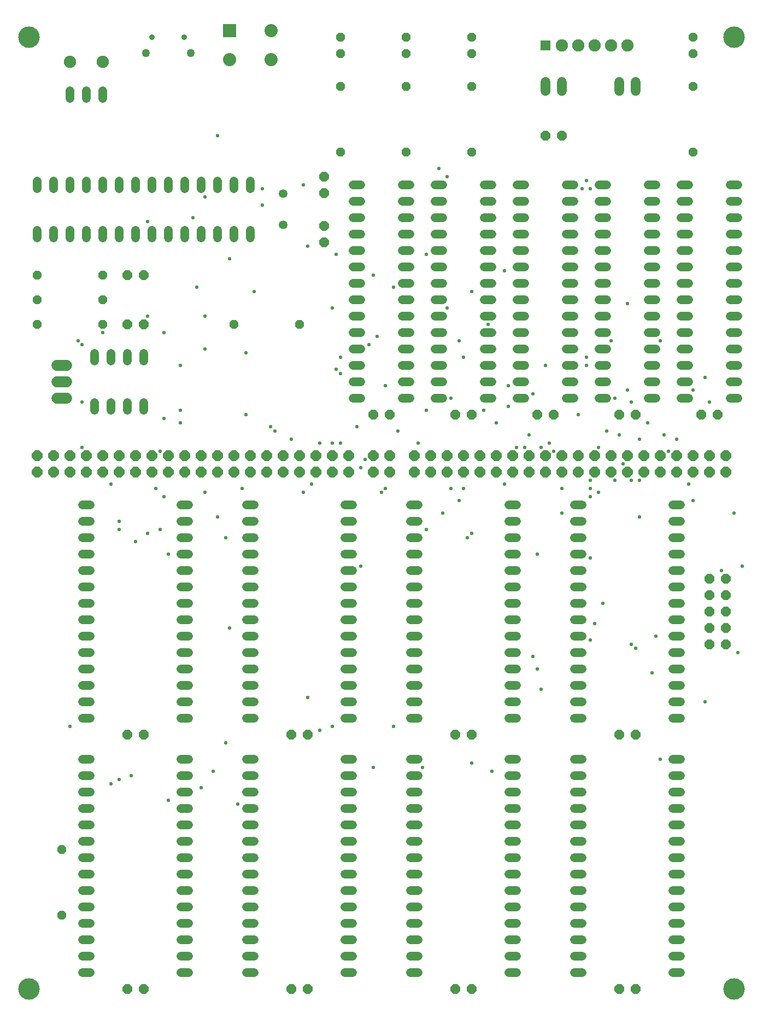
<source format=gbr>
G04 EAGLE Gerber RS-274X export*
G75*
%MOMM*%
%FSLAX34Y34*%
%LPD*%
%INSoldermask Top*%
%IPPOS*%
%AMOC8*
5,1,8,0,0,1.08239X$1,22.5*%
G01*
%ADD10C,3.327000*%
%ADD11C,1.346200*%
%ADD12P,1.787026X8X22.500000*%
%ADD13C,1.346200*%
%ADD14P,1.677055X8X292.500000*%
%ADD15P,1.677055X8X112.500000*%
%ADD16R,1.627000X1.627000*%
%ADD17C,1.905000*%
%ADD18P,1.677055X8X202.500000*%
%ADD19P,1.457113X8X22.500000*%
%ADD20P,1.677055X8X22.500000*%
%ADD21P,1.457113X8X292.500000*%
%ADD22C,1.651000*%
%ADD23C,1.498600*%
%ADD24C,0.889000*%
%ADD25C,1.270000*%
%ADD26R,2.032000X2.032000*%
%ADD27C,2.032000*%
%ADD28P,1.457113X8X112.500000*%
%ADD29P,1.622070X8X112.500000*%
%ADD30C,0.584200*%


D10*
X1117600Y25400D03*
X1117600Y1498600D03*
X25400Y1498600D03*
X25400Y25400D03*
D11*
X1022604Y444500D02*
X1034796Y444500D01*
X1034796Y469900D02*
X1022604Y469900D01*
X1022604Y495300D02*
X1034796Y495300D01*
X1034796Y520700D02*
X1022604Y520700D01*
X1022604Y546100D02*
X1034796Y546100D01*
X1034796Y571500D02*
X1022604Y571500D01*
X1022604Y596900D02*
X1034796Y596900D01*
X1034796Y622300D02*
X1022604Y622300D01*
X1022604Y647700D02*
X1034796Y647700D01*
X1034796Y673100D02*
X1022604Y673100D01*
X1022604Y698500D02*
X1034796Y698500D01*
X1034796Y723900D02*
X1022604Y723900D01*
X1022604Y749300D02*
X1034796Y749300D01*
X1034796Y774700D02*
X1022604Y774700D01*
X882396Y774700D02*
X870204Y774700D01*
X870204Y749300D02*
X882396Y749300D01*
X882396Y723900D02*
X870204Y723900D01*
X870204Y698500D02*
X882396Y698500D01*
X882396Y673100D02*
X870204Y673100D01*
X870204Y647700D02*
X882396Y647700D01*
X882396Y622300D02*
X870204Y622300D01*
X870204Y596900D02*
X882396Y596900D01*
X882396Y571500D02*
X870204Y571500D01*
X870204Y546100D02*
X882396Y546100D01*
X882396Y520700D02*
X870204Y520700D01*
X870204Y495300D02*
X882396Y495300D01*
X882396Y469900D02*
X870204Y469900D01*
X870204Y444500D02*
X882396Y444500D01*
X1022604Y50800D02*
X1034796Y50800D01*
X1034796Y76200D02*
X1022604Y76200D01*
X1022604Y101600D02*
X1034796Y101600D01*
X1034796Y127000D02*
X1022604Y127000D01*
X1022604Y152400D02*
X1034796Y152400D01*
X1034796Y177800D02*
X1022604Y177800D01*
X1022604Y203200D02*
X1034796Y203200D01*
X1034796Y228600D02*
X1022604Y228600D01*
X1022604Y254000D02*
X1034796Y254000D01*
X1034796Y279400D02*
X1022604Y279400D01*
X1022604Y304800D02*
X1034796Y304800D01*
X1034796Y330200D02*
X1022604Y330200D01*
X1022604Y355600D02*
X1034796Y355600D01*
X1034796Y381000D02*
X1022604Y381000D01*
X882396Y381000D02*
X870204Y381000D01*
X870204Y355600D02*
X882396Y355600D01*
X882396Y330200D02*
X870204Y330200D01*
X870204Y304800D02*
X882396Y304800D01*
X882396Y279400D02*
X870204Y279400D01*
X870204Y254000D02*
X882396Y254000D01*
X882396Y228600D02*
X870204Y228600D01*
X870204Y203200D02*
X882396Y203200D01*
X882396Y177800D02*
X870204Y177800D01*
X870204Y152400D02*
X882396Y152400D01*
X882396Y127000D02*
X870204Y127000D01*
X870204Y101600D02*
X882396Y101600D01*
X882396Y76200D02*
X870204Y76200D01*
X870204Y50800D02*
X882396Y50800D01*
X780796Y444500D02*
X768604Y444500D01*
X768604Y469900D02*
X780796Y469900D01*
X780796Y495300D02*
X768604Y495300D01*
X768604Y520700D02*
X780796Y520700D01*
X780796Y546100D02*
X768604Y546100D01*
X768604Y571500D02*
X780796Y571500D01*
X780796Y596900D02*
X768604Y596900D01*
X768604Y622300D02*
X780796Y622300D01*
X780796Y647700D02*
X768604Y647700D01*
X768604Y673100D02*
X780796Y673100D01*
X780796Y698500D02*
X768604Y698500D01*
X768604Y723900D02*
X780796Y723900D01*
X780796Y749300D02*
X768604Y749300D01*
X768604Y774700D02*
X780796Y774700D01*
X628396Y774700D02*
X616204Y774700D01*
X616204Y749300D02*
X628396Y749300D01*
X628396Y723900D02*
X616204Y723900D01*
X616204Y698500D02*
X628396Y698500D01*
X628396Y673100D02*
X616204Y673100D01*
X616204Y647700D02*
X628396Y647700D01*
X628396Y622300D02*
X616204Y622300D01*
X616204Y596900D02*
X628396Y596900D01*
X628396Y571500D02*
X616204Y571500D01*
X616204Y546100D02*
X628396Y546100D01*
X628396Y520700D02*
X616204Y520700D01*
X616204Y495300D02*
X628396Y495300D01*
X628396Y469900D02*
X616204Y469900D01*
X616204Y444500D02*
X628396Y444500D01*
X768604Y50800D02*
X780796Y50800D01*
X780796Y76200D02*
X768604Y76200D01*
X768604Y101600D02*
X780796Y101600D01*
X780796Y127000D02*
X768604Y127000D01*
X768604Y152400D02*
X780796Y152400D01*
X780796Y177800D02*
X768604Y177800D01*
X768604Y203200D02*
X780796Y203200D01*
X780796Y228600D02*
X768604Y228600D01*
X768604Y254000D02*
X780796Y254000D01*
X780796Y279400D02*
X768604Y279400D01*
X768604Y304800D02*
X780796Y304800D01*
X780796Y330200D02*
X768604Y330200D01*
X768604Y355600D02*
X780796Y355600D01*
X780796Y381000D02*
X768604Y381000D01*
X628396Y381000D02*
X616204Y381000D01*
X616204Y355600D02*
X628396Y355600D01*
X628396Y330200D02*
X616204Y330200D01*
X616204Y304800D02*
X628396Y304800D01*
X628396Y279400D02*
X616204Y279400D01*
X616204Y254000D02*
X628396Y254000D01*
X628396Y228600D02*
X616204Y228600D01*
X616204Y203200D02*
X628396Y203200D01*
X628396Y177800D02*
X616204Y177800D01*
X616204Y152400D02*
X628396Y152400D01*
X628396Y127000D02*
X616204Y127000D01*
X616204Y101600D02*
X628396Y101600D01*
X628396Y76200D02*
X616204Y76200D01*
X616204Y50800D02*
X628396Y50800D01*
X526796Y444500D02*
X514604Y444500D01*
X514604Y469900D02*
X526796Y469900D01*
X526796Y495300D02*
X514604Y495300D01*
X514604Y520700D02*
X526796Y520700D01*
X526796Y546100D02*
X514604Y546100D01*
X514604Y571500D02*
X526796Y571500D01*
X526796Y596900D02*
X514604Y596900D01*
X514604Y622300D02*
X526796Y622300D01*
X526796Y647700D02*
X514604Y647700D01*
X514604Y673100D02*
X526796Y673100D01*
X526796Y698500D02*
X514604Y698500D01*
X514604Y723900D02*
X526796Y723900D01*
X526796Y749300D02*
X514604Y749300D01*
X514604Y774700D02*
X526796Y774700D01*
X374396Y774700D02*
X362204Y774700D01*
X362204Y749300D02*
X374396Y749300D01*
X374396Y723900D02*
X362204Y723900D01*
X362204Y698500D02*
X374396Y698500D01*
X374396Y673100D02*
X362204Y673100D01*
X362204Y647700D02*
X374396Y647700D01*
X374396Y622300D02*
X362204Y622300D01*
X362204Y596900D02*
X374396Y596900D01*
X374396Y571500D02*
X362204Y571500D01*
X362204Y546100D02*
X374396Y546100D01*
X374396Y520700D02*
X362204Y520700D01*
X362204Y495300D02*
X374396Y495300D01*
X374396Y469900D02*
X362204Y469900D01*
X362204Y444500D02*
X374396Y444500D01*
X514604Y50800D02*
X526796Y50800D01*
X526796Y76200D02*
X514604Y76200D01*
X514604Y101600D02*
X526796Y101600D01*
X526796Y127000D02*
X514604Y127000D01*
X514604Y152400D02*
X526796Y152400D01*
X526796Y177800D02*
X514604Y177800D01*
X514604Y203200D02*
X526796Y203200D01*
X526796Y228600D02*
X514604Y228600D01*
X514604Y254000D02*
X526796Y254000D01*
X526796Y279400D02*
X514604Y279400D01*
X514604Y304800D02*
X526796Y304800D01*
X526796Y330200D02*
X514604Y330200D01*
X514604Y355600D02*
X526796Y355600D01*
X526796Y381000D02*
X514604Y381000D01*
X374396Y381000D02*
X362204Y381000D01*
X362204Y355600D02*
X374396Y355600D01*
X374396Y330200D02*
X362204Y330200D01*
X362204Y304800D02*
X374396Y304800D01*
X374396Y279400D02*
X362204Y279400D01*
X362204Y254000D02*
X374396Y254000D01*
X374396Y228600D02*
X362204Y228600D01*
X362204Y203200D02*
X374396Y203200D01*
X374396Y177800D02*
X362204Y177800D01*
X362204Y152400D02*
X374396Y152400D01*
X374396Y127000D02*
X362204Y127000D01*
X362204Y101600D02*
X374396Y101600D01*
X374396Y76200D02*
X362204Y76200D01*
X362204Y50800D02*
X374396Y50800D01*
X272796Y50800D02*
X260604Y50800D01*
X260604Y76200D02*
X272796Y76200D01*
X272796Y101600D02*
X260604Y101600D01*
X260604Y127000D02*
X272796Y127000D01*
X272796Y152400D02*
X260604Y152400D01*
X260604Y177800D02*
X272796Y177800D01*
X272796Y203200D02*
X260604Y203200D01*
X260604Y228600D02*
X272796Y228600D01*
X272796Y254000D02*
X260604Y254000D01*
X260604Y279400D02*
X272796Y279400D01*
X272796Y304800D02*
X260604Y304800D01*
X260604Y330200D02*
X272796Y330200D01*
X272796Y355600D02*
X260604Y355600D01*
X260604Y381000D02*
X272796Y381000D01*
X120396Y381000D02*
X108204Y381000D01*
X108204Y355600D02*
X120396Y355600D01*
X120396Y330200D02*
X108204Y330200D01*
X108204Y304800D02*
X120396Y304800D01*
X120396Y279400D02*
X108204Y279400D01*
X108204Y254000D02*
X120396Y254000D01*
X120396Y228600D02*
X108204Y228600D01*
X108204Y203200D02*
X120396Y203200D01*
X120396Y177800D02*
X108204Y177800D01*
X108204Y152400D02*
X120396Y152400D01*
X120396Y127000D02*
X108204Y127000D01*
X108204Y101600D02*
X120396Y101600D01*
X120396Y76200D02*
X108204Y76200D01*
X108204Y50800D02*
X120396Y50800D01*
D12*
X38100Y825500D03*
X63500Y825500D03*
X88900Y825500D03*
X114300Y825500D03*
X139700Y825500D03*
X165100Y825500D03*
X38100Y850900D03*
X63500Y850900D03*
X88900Y850900D03*
X114300Y850900D03*
X139700Y850900D03*
X165100Y850900D03*
X190500Y825500D03*
X190500Y850900D03*
X215900Y825500D03*
X241300Y825500D03*
X266700Y825500D03*
X292100Y825500D03*
X317500Y825500D03*
X342900Y825500D03*
X215900Y850900D03*
X241300Y850900D03*
X266700Y850900D03*
X292100Y850900D03*
X317500Y850900D03*
X342900Y850900D03*
X368300Y825500D03*
X368300Y850900D03*
X393700Y825500D03*
X419100Y825500D03*
X444500Y825500D03*
X469900Y825500D03*
X495300Y825500D03*
X520700Y825500D03*
X393700Y850900D03*
X419100Y850900D03*
X444500Y850900D03*
X469900Y850900D03*
X495300Y850900D03*
X520700Y850900D03*
D11*
X38100Y1187704D02*
X38100Y1199896D01*
X63500Y1199896D02*
X63500Y1187704D01*
X88900Y1187704D02*
X88900Y1199896D01*
X114300Y1199896D02*
X114300Y1187704D01*
X139700Y1187704D02*
X139700Y1199896D01*
X165100Y1199896D02*
X165100Y1187704D01*
X190500Y1187704D02*
X190500Y1199896D01*
X215900Y1199896D02*
X215900Y1187704D01*
X241300Y1187704D02*
X241300Y1199896D01*
X266700Y1199896D02*
X266700Y1187704D01*
X292100Y1187704D02*
X292100Y1199896D01*
X317500Y1199896D02*
X317500Y1187704D01*
X342900Y1187704D02*
X342900Y1199896D01*
X368300Y1199896D02*
X368300Y1187704D01*
X368300Y1263904D02*
X368300Y1276096D01*
X342900Y1276096D02*
X342900Y1263904D01*
X317500Y1263904D02*
X317500Y1276096D01*
X292100Y1276096D02*
X292100Y1263904D01*
X266700Y1263904D02*
X266700Y1276096D01*
X241300Y1276096D02*
X241300Y1263904D01*
X215900Y1263904D02*
X215900Y1276096D01*
X190500Y1276096D02*
X190500Y1263904D01*
X165100Y1263904D02*
X165100Y1276096D01*
X139700Y1276096D02*
X139700Y1263904D01*
X114300Y1263904D02*
X114300Y1276096D01*
X88900Y1276096D02*
X88900Y1263904D01*
X63500Y1263904D02*
X63500Y1276096D01*
X38100Y1276096D02*
X38100Y1263904D01*
D13*
X419100Y1207770D03*
X419100Y1256030D03*
D14*
X482600Y1282700D03*
X482600Y1257300D03*
D15*
X482600Y1181100D03*
X482600Y1206500D03*
D16*
X825500Y1485900D03*
D17*
X850900Y1485900D03*
X876300Y1485900D03*
X901700Y1485900D03*
X927100Y1485900D03*
X952500Y1485900D03*
D18*
X850900Y1346200D03*
X825500Y1346200D03*
D19*
X38100Y1130300D03*
X139700Y1130300D03*
D20*
X177800Y1130300D03*
X203200Y1130300D03*
X177800Y1054100D03*
X203200Y1054100D03*
D19*
X38100Y1054100D03*
X139700Y1054100D03*
X38100Y1092200D03*
X139700Y1092200D03*
D11*
X127000Y933196D02*
X127000Y921004D01*
X152400Y921004D02*
X152400Y933196D01*
X177800Y933196D02*
X177800Y921004D01*
X203200Y921004D02*
X203200Y933196D01*
X203200Y997204D02*
X203200Y1009396D01*
X177800Y1009396D02*
X177800Y997204D01*
X152400Y997204D02*
X152400Y1009396D01*
X127000Y1009396D02*
X127000Y997204D01*
D21*
X508000Y1498600D03*
X508000Y1473200D03*
X609600Y1498600D03*
X609600Y1473200D03*
X711200Y1498600D03*
X711200Y1473200D03*
X711200Y1422400D03*
X711200Y1320800D03*
X609600Y1422400D03*
X609600Y1320800D03*
X508000Y1422400D03*
X508000Y1320800D03*
D18*
X965200Y25400D03*
X939800Y25400D03*
X965200Y419100D03*
X939800Y419100D03*
X457200Y419100D03*
X431800Y419100D03*
X711200Y419100D03*
X685800Y419100D03*
X457200Y25400D03*
X431800Y25400D03*
D11*
X88900Y1403604D02*
X88900Y1415796D01*
X114300Y1415796D02*
X114300Y1403604D01*
X139700Y1403604D02*
X139700Y1415796D01*
D17*
X88900Y1460500D03*
X139700Y1460500D03*
D22*
X83820Y939800D02*
X68580Y939800D01*
X68580Y965200D02*
X83820Y965200D01*
X83820Y990600D02*
X68580Y990600D01*
D18*
X203200Y25400D03*
X177800Y25400D03*
X711200Y25400D03*
X685800Y25400D03*
X203200Y419100D03*
X177800Y419100D03*
D23*
X939800Y1415542D02*
X939800Y1429258D01*
X965200Y1429258D02*
X965200Y1415542D01*
X825500Y1415542D02*
X825500Y1429258D01*
X850900Y1429258D02*
X850900Y1415542D01*
D24*
X216300Y1498600D03*
X266300Y1498600D03*
D25*
X276300Y1473600D03*
X206300Y1473600D03*
D26*
X335800Y1508400D03*
D27*
X335800Y1463400D03*
X400800Y1463400D03*
X400800Y1508400D03*
D19*
X342900Y1054100D03*
X444500Y1054100D03*
D21*
X1054100Y1498600D03*
X1054100Y1473200D03*
X1054100Y1422400D03*
X1054100Y1320800D03*
D11*
X272796Y444500D02*
X260604Y444500D01*
X260604Y469900D02*
X272796Y469900D01*
X272796Y495300D02*
X260604Y495300D01*
X260604Y520700D02*
X272796Y520700D01*
X272796Y546100D02*
X260604Y546100D01*
X260604Y571500D02*
X272796Y571500D01*
X272796Y596900D02*
X260604Y596900D01*
X260604Y622300D02*
X272796Y622300D01*
X272796Y647700D02*
X260604Y647700D01*
X260604Y673100D02*
X272796Y673100D01*
X272796Y698500D02*
X260604Y698500D01*
X260604Y723900D02*
X272796Y723900D01*
X272796Y749300D02*
X260604Y749300D01*
X260604Y774700D02*
X272796Y774700D01*
X120396Y774700D02*
X108204Y774700D01*
X108204Y749300D02*
X120396Y749300D01*
X120396Y723900D02*
X108204Y723900D01*
X108204Y698500D02*
X120396Y698500D01*
X120396Y673100D02*
X108204Y673100D01*
X108204Y647700D02*
X120396Y647700D01*
X120396Y622300D02*
X108204Y622300D01*
X108204Y596900D02*
X120396Y596900D01*
X120396Y571500D02*
X108204Y571500D01*
X108204Y546100D02*
X120396Y546100D01*
X120396Y520700D02*
X108204Y520700D01*
X108204Y495300D02*
X120396Y495300D01*
X120396Y469900D02*
X108204Y469900D01*
X108204Y444500D02*
X120396Y444500D01*
X857504Y939800D02*
X869696Y939800D01*
X869696Y965200D02*
X857504Y965200D01*
X857504Y990600D02*
X869696Y990600D01*
X869696Y1016000D02*
X857504Y1016000D01*
X857504Y1041400D02*
X869696Y1041400D01*
X869696Y1066800D02*
X857504Y1066800D01*
X857504Y1092200D02*
X869696Y1092200D01*
X869696Y1117600D02*
X857504Y1117600D01*
X857504Y1143000D02*
X869696Y1143000D01*
X869696Y1168400D02*
X857504Y1168400D01*
X857504Y1193800D02*
X869696Y1193800D01*
X869696Y1219200D02*
X857504Y1219200D01*
X857504Y1244600D02*
X869696Y1244600D01*
X869696Y1270000D02*
X857504Y1270000D01*
X793496Y1270000D02*
X781304Y1270000D01*
X781304Y1244600D02*
X793496Y1244600D01*
X793496Y1219200D02*
X781304Y1219200D01*
X781304Y1193800D02*
X793496Y1193800D01*
X793496Y1168400D02*
X781304Y1168400D01*
X781304Y1143000D02*
X793496Y1143000D01*
X793496Y1117600D02*
X781304Y1117600D01*
X781304Y1092200D02*
X793496Y1092200D01*
X793496Y1066800D02*
X781304Y1066800D01*
X781304Y1041400D02*
X793496Y1041400D01*
X793496Y1016000D02*
X781304Y1016000D01*
X781304Y990600D02*
X793496Y990600D01*
X793496Y965200D02*
X781304Y965200D01*
X781304Y939800D02*
X793496Y939800D01*
X984504Y939800D02*
X996696Y939800D01*
X996696Y965200D02*
X984504Y965200D01*
X984504Y990600D02*
X996696Y990600D01*
X996696Y1016000D02*
X984504Y1016000D01*
X984504Y1041400D02*
X996696Y1041400D01*
X996696Y1066800D02*
X984504Y1066800D01*
X984504Y1092200D02*
X996696Y1092200D01*
X996696Y1117600D02*
X984504Y1117600D01*
X984504Y1143000D02*
X996696Y1143000D01*
X996696Y1168400D02*
X984504Y1168400D01*
X984504Y1193800D02*
X996696Y1193800D01*
X996696Y1219200D02*
X984504Y1219200D01*
X984504Y1244600D02*
X996696Y1244600D01*
X996696Y1270000D02*
X984504Y1270000D01*
X920496Y1270000D02*
X908304Y1270000D01*
X908304Y1244600D02*
X920496Y1244600D01*
X920496Y1219200D02*
X908304Y1219200D01*
X908304Y1193800D02*
X920496Y1193800D01*
X920496Y1168400D02*
X908304Y1168400D01*
X908304Y1143000D02*
X920496Y1143000D01*
X920496Y1117600D02*
X908304Y1117600D01*
X908304Y1092200D02*
X920496Y1092200D01*
X920496Y1066800D02*
X908304Y1066800D01*
X908304Y1041400D02*
X920496Y1041400D01*
X920496Y1016000D02*
X908304Y1016000D01*
X908304Y990600D02*
X920496Y990600D01*
X920496Y965200D02*
X908304Y965200D01*
X908304Y939800D02*
X920496Y939800D01*
X742696Y939800D02*
X730504Y939800D01*
X730504Y965200D02*
X742696Y965200D01*
X742696Y990600D02*
X730504Y990600D01*
X730504Y1016000D02*
X742696Y1016000D01*
X742696Y1041400D02*
X730504Y1041400D01*
X730504Y1066800D02*
X742696Y1066800D01*
X742696Y1092200D02*
X730504Y1092200D01*
X730504Y1117600D02*
X742696Y1117600D01*
X742696Y1143000D02*
X730504Y1143000D01*
X730504Y1168400D02*
X742696Y1168400D01*
X742696Y1193800D02*
X730504Y1193800D01*
X730504Y1219200D02*
X742696Y1219200D01*
X742696Y1244600D02*
X730504Y1244600D01*
X730504Y1270000D02*
X742696Y1270000D01*
X666496Y1270000D02*
X654304Y1270000D01*
X654304Y1244600D02*
X666496Y1244600D01*
X666496Y1219200D02*
X654304Y1219200D01*
X654304Y1193800D02*
X666496Y1193800D01*
X666496Y1168400D02*
X654304Y1168400D01*
X654304Y1143000D02*
X666496Y1143000D01*
X666496Y1117600D02*
X654304Y1117600D01*
X654304Y1092200D02*
X666496Y1092200D01*
X666496Y1066800D02*
X654304Y1066800D01*
X654304Y1041400D02*
X666496Y1041400D01*
X666496Y1016000D02*
X654304Y1016000D01*
X654304Y990600D02*
X666496Y990600D01*
X666496Y965200D02*
X654304Y965200D01*
X654304Y939800D02*
X666496Y939800D01*
X615696Y939800D02*
X603504Y939800D01*
X603504Y965200D02*
X615696Y965200D01*
X615696Y990600D02*
X603504Y990600D01*
X603504Y1016000D02*
X615696Y1016000D01*
X615696Y1041400D02*
X603504Y1041400D01*
X603504Y1066800D02*
X615696Y1066800D01*
X615696Y1092200D02*
X603504Y1092200D01*
X603504Y1117600D02*
X615696Y1117600D01*
X615696Y1143000D02*
X603504Y1143000D01*
X603504Y1168400D02*
X615696Y1168400D01*
X615696Y1193800D02*
X603504Y1193800D01*
X603504Y1219200D02*
X615696Y1219200D01*
X615696Y1244600D02*
X603504Y1244600D01*
X603504Y1270000D02*
X615696Y1270000D01*
X539496Y1270000D02*
X527304Y1270000D01*
X527304Y1244600D02*
X539496Y1244600D01*
X539496Y1219200D02*
X527304Y1219200D01*
X527304Y1193800D02*
X539496Y1193800D01*
X539496Y1168400D02*
X527304Y1168400D01*
X527304Y1143000D02*
X539496Y1143000D01*
X539496Y1117600D02*
X527304Y1117600D01*
X527304Y1092200D02*
X539496Y1092200D01*
X539496Y1066800D02*
X527304Y1066800D01*
X527304Y1041400D02*
X539496Y1041400D01*
X539496Y1016000D02*
X527304Y1016000D01*
X527304Y990600D02*
X539496Y990600D01*
X539496Y965200D02*
X527304Y965200D01*
X527304Y939800D02*
X539496Y939800D01*
X1111504Y939800D02*
X1123696Y939800D01*
X1123696Y965200D02*
X1111504Y965200D01*
X1111504Y990600D02*
X1123696Y990600D01*
X1123696Y1016000D02*
X1111504Y1016000D01*
X1111504Y1041400D02*
X1123696Y1041400D01*
X1123696Y1066800D02*
X1111504Y1066800D01*
X1111504Y1092200D02*
X1123696Y1092200D01*
X1123696Y1117600D02*
X1111504Y1117600D01*
X1111504Y1143000D02*
X1123696Y1143000D01*
X1123696Y1168400D02*
X1111504Y1168400D01*
X1111504Y1193800D02*
X1123696Y1193800D01*
X1123696Y1219200D02*
X1111504Y1219200D01*
X1111504Y1244600D02*
X1123696Y1244600D01*
X1123696Y1270000D02*
X1111504Y1270000D01*
X1047496Y1270000D02*
X1035304Y1270000D01*
X1035304Y1244600D02*
X1047496Y1244600D01*
X1047496Y1219200D02*
X1035304Y1219200D01*
X1035304Y1193800D02*
X1047496Y1193800D01*
X1047496Y1168400D02*
X1035304Y1168400D01*
X1035304Y1143000D02*
X1047496Y1143000D01*
X1047496Y1117600D02*
X1035304Y1117600D01*
X1035304Y1092200D02*
X1047496Y1092200D01*
X1047496Y1066800D02*
X1035304Y1066800D01*
X1035304Y1041400D02*
X1047496Y1041400D01*
X1047496Y1016000D02*
X1035304Y1016000D01*
X1035304Y990600D02*
X1047496Y990600D01*
X1047496Y965200D02*
X1035304Y965200D01*
X1035304Y939800D02*
X1047496Y939800D01*
D28*
X76200Y139700D03*
X76200Y241300D03*
D12*
X622300Y825500D03*
X647700Y825500D03*
X673100Y825500D03*
X698500Y825500D03*
X723900Y825500D03*
X749300Y825500D03*
X622300Y850900D03*
X647700Y850900D03*
X673100Y850900D03*
X698500Y850900D03*
X723900Y850900D03*
X749300Y850900D03*
X774700Y825500D03*
X774700Y850900D03*
X800100Y825500D03*
X825500Y825500D03*
X850900Y825500D03*
X876300Y825500D03*
X901700Y825500D03*
X927100Y825500D03*
X800100Y850900D03*
X825500Y850900D03*
X850900Y850900D03*
X876300Y850900D03*
X901700Y850900D03*
X927100Y850900D03*
X952500Y825500D03*
X952500Y850900D03*
X977900Y825500D03*
X1003300Y825500D03*
X1028700Y825500D03*
X1054100Y825500D03*
X1079500Y825500D03*
X1104900Y825500D03*
X977900Y850900D03*
X1003300Y850900D03*
X1028700Y850900D03*
X1054100Y850900D03*
X1079500Y850900D03*
X1104900Y850900D03*
D29*
X1104900Y558800D03*
X1079500Y558800D03*
X1104900Y584200D03*
X1079500Y584200D03*
X1104900Y609600D03*
X1079500Y609600D03*
X1104900Y635000D03*
X1079500Y635000D03*
X1104900Y660400D03*
X1079500Y660400D03*
D20*
X1066800Y914400D03*
X1092200Y914400D03*
X939800Y914400D03*
X965200Y914400D03*
X812800Y914400D03*
X838200Y914400D03*
X685800Y914400D03*
X711200Y914400D03*
X558800Y914400D03*
X584200Y914400D03*
D12*
X558800Y825500D03*
X558800Y850900D03*
X584200Y825500D03*
X584200Y850900D03*
D30*
X387350Y1238250D03*
X387350Y1263650D03*
X209550Y1212850D03*
X317500Y1346200D03*
X279400Y1219200D03*
X285750Y1111250D03*
X476250Y425450D03*
X450850Y793750D03*
X882650Y1263650D03*
X673100Y1282700D03*
X495300Y431800D03*
X698500Y1003300D03*
X711200Y374650D03*
X679450Y800100D03*
X742950Y361950D03*
X698500Y800100D03*
X1073150Y469900D03*
X1073150Y971550D03*
X1117600Y762000D03*
X895350Y692150D03*
X1054100Y952500D03*
X1009650Y882650D03*
X996950Y571500D03*
X895350Y565150D03*
X1123950Y546100D03*
X984250Y901700D03*
X990600Y514350D03*
X819150Y488950D03*
X958850Y933450D03*
X946150Y838200D03*
X965200Y552450D03*
X812800Y520700D03*
X1003300Y1028700D03*
X927100Y1028700D03*
X958850Y812800D03*
X958850Y558800D03*
X806450Y539750D03*
X889000Y1003300D03*
X895350Y812800D03*
X901700Y590550D03*
X908050Y863600D03*
X914400Y622300D03*
X971550Y876300D03*
X1079500Y933450D03*
X831850Y869950D03*
X1130300Y679450D03*
X457200Y1174750D03*
X457200Y476250D03*
X336550Y584200D03*
X101600Y1028700D03*
X165100Y736600D03*
X260350Y990600D03*
X298450Y1066800D03*
X107950Y1022350D03*
X165100Y749300D03*
X501650Y984250D03*
X190500Y717550D03*
X241300Y698500D03*
X260350Y920750D03*
X228600Y857250D03*
X596900Y889000D03*
X260350Y901700D03*
X298450Y1250950D03*
X1054100Y781050D03*
X768350Y927100D03*
X939800Y882650D03*
X908050Y793750D03*
X762000Y806450D03*
X1003300Y381000D03*
X768350Y958850D03*
X920750Y889000D03*
X1047750Y806450D03*
X952500Y952500D03*
X812800Y698500D03*
X933450Y939800D03*
X1098550Y673100D03*
X889000Y990600D03*
X895350Y800100D03*
X641350Y736600D03*
X825500Y990600D03*
X800100Y882650D03*
X666750Y762000D03*
X850900Y762000D03*
X850900Y800100D03*
X793750Y863600D03*
X1028700Y876300D03*
X692150Y781050D03*
X692150Y1028700D03*
X292100Y336550D03*
X311150Y361950D03*
X361950Y1009650D03*
X330200Y406400D03*
X577850Y958850D03*
X361950Y914400D03*
X184150Y355600D03*
X234950Y787400D03*
X355600Y800100D03*
X565150Y1035050D03*
X571500Y793750D03*
X165100Y349250D03*
X222250Y800100D03*
X495300Y1079500D03*
X476250Y869950D03*
X349250Y311150D03*
X495300Y869950D03*
X641350Y1162050D03*
X501650Y1162050D03*
X558800Y368300D03*
X577850Y800100D03*
X641350Y920750D03*
X533400Y895350D03*
X88900Y431800D03*
X234950Y1041400D03*
X209550Y1066800D03*
X152400Y342900D03*
X152400Y806450D03*
X590550Y1111250D03*
X139700Y1041400D03*
X241300Y317500D03*
X552450Y1022350D03*
X508000Y1003300D03*
X107950Y933450D03*
X107950Y863600D03*
X628650Y869950D03*
X431800Y876300D03*
X209550Y730250D03*
X234950Y908050D03*
X228600Y736600D03*
X679450Y939800D03*
X508000Y977900D03*
X508000Y869950D03*
X463550Y806450D03*
X298450Y793750D03*
X298450Y1016000D03*
X317500Y755650D03*
X762000Y1136650D03*
X336550Y1155700D03*
X330200Y723900D03*
X400050Y895350D03*
X406400Y889000D03*
X374650Y1104900D03*
X539750Y679450D03*
X730250Y920750D03*
X539750Y831850D03*
X895350Y1263650D03*
X660400Y1295400D03*
X546100Y844550D03*
X889000Y1276350D03*
X450850Y1270000D03*
X635000Y368300D03*
X819150Y863600D03*
X876300Y914400D03*
X781050Y863600D03*
X704850Y723900D03*
X952500Y1085850D03*
X711200Y1104900D03*
X711200Y730250D03*
X1016000Y857250D03*
X971550Y812800D03*
X971550Y755650D03*
X673100Y1079500D03*
X806450Y946150D03*
X749300Y901700D03*
X933450Y812800D03*
X895350Y787400D03*
X838200Y857250D03*
X736600Y1054100D03*
X590550Y431800D03*
X558800Y1130300D03*
M02*

</source>
